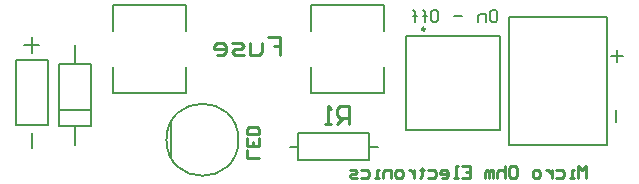
<source format=gto>
G04*
G04 #@! TF.GenerationSoftware,Altium Limited,Altium Designer,20.1.11 (218)*
G04*
G04 Layer_Color=65535*
%FSLAX44Y44*%
%MOMM*%
G71*
G04*
G04 #@! TF.SameCoordinates,04B24335-E8CF-4E0B-A664-B846B098F35D*
G04*
G04*
G04 #@! TF.FilePolarity,Positive*
G04*
G01*
G75*
%ADD10C,0.2500*%
%ADD11C,0.1500*%
%ADD12C,0.2000*%
%ADD13C,0.2540*%
D10*
X345500Y131500D02*
G03*
X345500Y131500I1250J0D01*
G01*
D11*
X129000Y38000D02*
G03*
X129000Y38000I30500J0D01*
G01*
D12*
X419250Y33750D02*
Y141950D01*
X501750Y33750D02*
X419250D01*
X501750D02*
Y141950D01*
X419250D01*
X29000Y50100D02*
X2000D01*
Y105900D01*
X29000D02*
X2000D01*
X29000Y50100D02*
Y105900D01*
X411500Y46000D02*
X331499D01*
X411500D02*
Y126000D01*
X331499D01*
Y46000D02*
Y126000D01*
X240680Y32000D02*
X233380D01*
X307980D02*
X300680D01*
Y20500D02*
Y43500D01*
Y20500D02*
X240680D01*
Y43500D01*
X300680D02*
X240680D01*
X133250Y24000D02*
Y52000D01*
X313550Y152000D02*
X251050D01*
X313550Y130000D02*
Y152000D01*
X251050Y130000D02*
Y152000D01*
X313550Y78000D02*
Y100000D01*
X251050Y78000D02*
Y100000D01*
X313550Y78000D02*
X251050D01*
X145950Y152000D02*
X83450D01*
X145950Y130000D02*
Y152000D01*
X83450Y130000D02*
Y152000D01*
X145950Y78000D02*
Y100000D01*
X83450Y78000D02*
Y100000D01*
X145950Y78000D02*
X83450D01*
X64400Y63000D02*
X38600D01*
X51500Y102000D02*
Y118380D01*
Y33621D02*
Y50000D01*
X65100D02*
X37900D01*
Y102000D01*
X65100D02*
X37900D01*
X65100Y50000D02*
Y102000D01*
X15500Y44000D02*
Y30671D01*
X14835Y125000D02*
Y111671D01*
X8171Y118336D02*
X21500D01*
X509500Y63000D02*
Y53003D01*
X510502Y114000D02*
Y104003D01*
X505503Y109002D02*
X515500D01*
X404323Y147998D02*
X407656D01*
X409322Y146332D01*
Y139668D01*
X407656Y138002D01*
X404323D01*
X402657Y139668D01*
Y146332D01*
X404323Y147998D01*
X399325Y138002D02*
Y144666D01*
X394327D01*
X392660Y143000D01*
Y138002D01*
X379332Y143000D02*
X372667D01*
X354339Y147998D02*
X357672D01*
X359338Y146332D01*
Y139668D01*
X357672Y138002D01*
X354339D01*
X352673Y139668D01*
Y146332D01*
X354339Y147998D01*
X347675Y138002D02*
Y146332D01*
Y143000D01*
X349341D01*
X346009D01*
X347675D01*
Y146332D01*
X346009Y147998D01*
X339344Y138002D02*
Y146332D01*
Y143000D01*
X341011D01*
X337678D01*
X339344D01*
Y146332D01*
X337678Y147998D01*
D13*
X483960Y5540D02*
Y15537D01*
X480628Y12205D01*
X477295Y15537D01*
Y5540D01*
X473963D02*
X470631D01*
X472297D01*
Y12205D01*
X473963D01*
X458968D02*
X463966D01*
X465633Y10538D01*
Y7206D01*
X463966Y5540D01*
X458968D01*
X455636Y12205D02*
Y5540D01*
Y8872D01*
X453970Y10538D01*
X452304Y12205D01*
X450637D01*
X443973Y5540D02*
X440641D01*
X438974Y7206D01*
Y10538D01*
X440641Y12205D01*
X443973D01*
X445639Y10538D01*
Y7206D01*
X443973Y5540D01*
X420647Y15537D02*
X423979D01*
X425645Y13871D01*
Y7206D01*
X423979Y5540D01*
X420647D01*
X418981Y7206D01*
Y13871D01*
X420647Y15537D01*
X415649D02*
Y5540D01*
Y10538D01*
X413983Y12205D01*
X410650D01*
X408984Y10538D01*
Y5540D01*
X405652D02*
Y12205D01*
X403986D01*
X402320Y10538D01*
Y5540D01*
Y10538D01*
X400653Y12205D01*
X398987Y10538D01*
Y5540D01*
X378994Y15537D02*
X385658D01*
Y5540D01*
X378994D01*
X385658Y10538D02*
X382326D01*
X375662Y5540D02*
X372329D01*
X373995D01*
Y15537D01*
X375662D01*
X362332Y5540D02*
X365665D01*
X367331Y7206D01*
Y10538D01*
X365665Y12205D01*
X362332D01*
X360666Y10538D01*
Y8872D01*
X367331D01*
X350670Y12205D02*
X355668D01*
X357334Y10538D01*
Y7206D01*
X355668Y5540D01*
X350670D01*
X345671Y13871D02*
Y12205D01*
X347337D01*
X344005D01*
X345671D01*
Y7206D01*
X344005Y5540D01*
X339007Y12205D02*
Y5540D01*
Y8872D01*
X337341Y10538D01*
X335675Y12205D01*
X334008D01*
X327344Y5540D02*
X324012D01*
X322346Y7206D01*
Y10538D01*
X324012Y12205D01*
X327344D01*
X329010Y10538D01*
Y7206D01*
X327344Y5540D01*
X319013D02*
Y12205D01*
X314015D01*
X312349Y10538D01*
Y5540D01*
X309016D02*
X305684D01*
X307350D01*
Y12205D01*
X309016D01*
X294021D02*
X299020D01*
X300686Y10538D01*
Y7206D01*
X299020Y5540D01*
X294021D01*
X290689D02*
X285691D01*
X284025Y7206D01*
X285691Y8872D01*
X289023D01*
X290689Y10538D01*
X289023Y12205D01*
X284025D01*
X207037Y22540D02*
X197040D01*
Y29204D01*
X207037Y39201D02*
Y32537D01*
X197040D01*
Y39201D01*
X202038Y32537D02*
Y35869D01*
X207037Y42534D02*
X197040D01*
Y47532D01*
X198706Y49198D01*
X205371D01*
X207037Y47532D01*
Y42534D01*
X283960Y51540D02*
Y66775D01*
X276343D01*
X273803Y64236D01*
Y59158D01*
X276343Y56618D01*
X283960D01*
X278882D02*
X273803Y51540D01*
X268725D02*
X263647D01*
X266186D01*
Y66775D01*
X268725Y64236D01*
X214803Y124775D02*
X224960D01*
Y117157D01*
X219882D01*
X224960D01*
Y109540D01*
X209725Y119697D02*
Y112079D01*
X207186Y109540D01*
X199568D01*
Y119697D01*
X194490Y109540D02*
X186872D01*
X184333Y112079D01*
X186872Y114618D01*
X191951D01*
X194490Y117157D01*
X191951Y119697D01*
X184333D01*
X171637Y109540D02*
X176716D01*
X179255Y112079D01*
Y117157D01*
X176716Y119697D01*
X171637D01*
X169098Y117157D01*
Y114618D01*
X179255D01*
M02*

</source>
